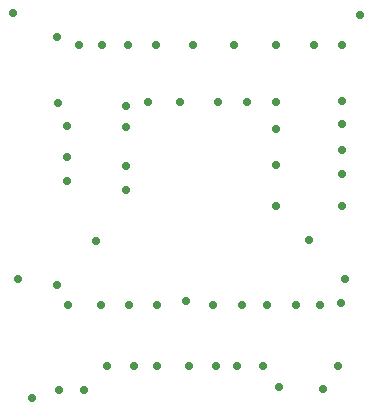
<source format=gbr>
%TF.GenerationSoftware,Altium Limited,Altium Designer,20.0.10 (225)*%
G04 Layer_Color=0*
%FSLAX26Y26*%
%MOIN*%
%TF.FileFunction,Plated,1,2,PTH,Drill*%
%TF.Part,CustomerPanel*%
G01*
G75*
%TA.AperFunction,ViaDrill,NotFilled*%
%ADD26C,0.028000*%
D26*
X2350276Y3282618D02*
D03*
X2660276Y2995000D02*
D03*
X2855276Y3065000D02*
D03*
X2880276Y3355000D02*
D03*
X2865276Y3275000D02*
D03*
X1790276Y3355000D02*
D03*
X1920276Y3335000D02*
D03*
X1925276Y2985000D02*
D03*
X2010276D02*
D03*
X1955276Y3270000D02*
D03*
X2065276D02*
D03*
X2085276Y3065875D02*
D03*
X2175276D02*
D03*
X2160276Y3270000D02*
D03*
X2450276Y3065875D02*
D03*
X2254445Y3270000D02*
D03*
X2252132Y3065875D02*
D03*
X2360276D02*
D03*
X2520276D02*
D03*
X2439019Y3270000D02*
D03*
X2795276D02*
D03*
X2715276D02*
D03*
X2621608D02*
D03*
X2535276D02*
D03*
X2605276Y3065875D02*
D03*
X2805276Y2990000D02*
D03*
X1835276Y2960000D02*
D03*
X1773819Y4241969D02*
D03*
X2868819Y3949351D02*
D03*
X2775492Y4136969D02*
D03*
X2868819D02*
D03*
X1923819Y3941969D02*
D03*
X2928819Y4236969D02*
D03*
X2648819Y3946969D02*
D03*
X2148819Y3731969D02*
D03*
Y3651969D02*
D03*
X1953819Y3681969D02*
D03*
Y3761969D02*
D03*
X2868819Y3786969D02*
D03*
Y3706053D02*
D03*
X2648819Y3601296D02*
D03*
X2868819D02*
D03*
X2648819Y3736853D02*
D03*
Y3856969D02*
D03*
X2373819Y4136969D02*
D03*
X2328819Y3946969D02*
D03*
X2458204D02*
D03*
X2508819Y4136969D02*
D03*
X1953819Y3866969D02*
D03*
X2148819Y3861969D02*
D03*
X2648819Y4136969D02*
D03*
X2553819Y3946969D02*
D03*
X2868819Y3871969D02*
D03*
X1918819Y4161969D02*
D03*
X2148819Y3931969D02*
D03*
X2223819Y3946969D02*
D03*
X2249244Y4136969D02*
D03*
X2155366D02*
D03*
X2068819D02*
D03*
X1993819D02*
D03*
X2758819Y3486969D02*
D03*
X2048819Y3481969D02*
D03*
%TF.MD5,82894ad8ee98aa1987c5849ac77b9361*%
M02*

</source>
